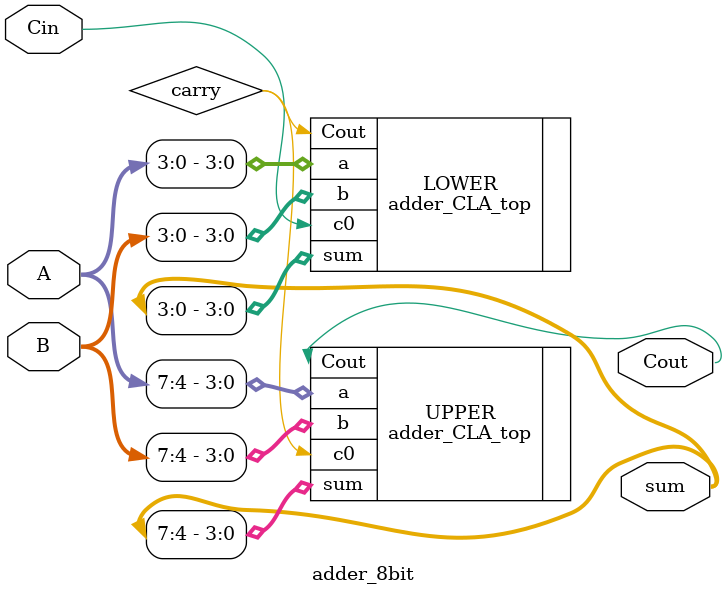
<source format=v>
`timescale 1ns / 1ps


module adder_8bit(
	input [7:0] A,
	input [7:0] B,
	input Cin,
	output [7:0] sum,
	output Cout
    );
	
	wire carry;
	adder_CLA_top LOWER(
		.a    (A[3:0]),
		.b    (B[3:0]),
		.c0   (Cin),
		.sum  (sum[3:0]),
		.Cout (carry)
		);

	adder_CLA_top UPPER(
		.a    (A[7:4]),
		.b    (B[7:4]),
		.c0   (carry),
		.sum  (sum[7:4]),
		.Cout (Cout)
		);

endmodule

</source>
